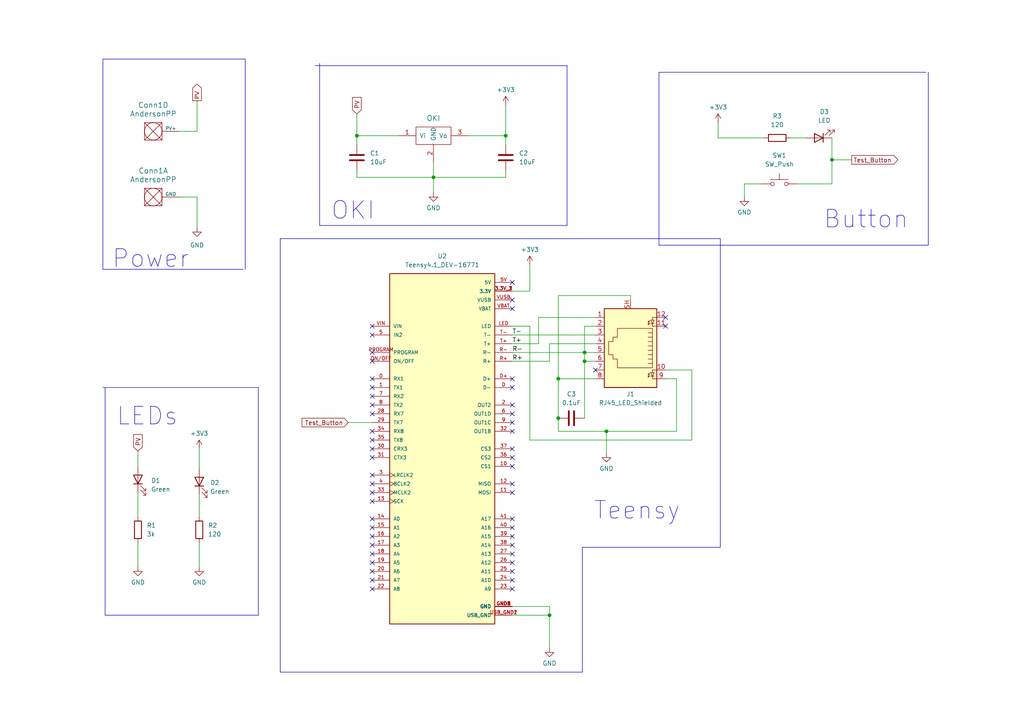
<source format=kicad_sch>
(kicad_sch (version 20230121) (generator eeschema)
  (paper "A4")
  (lib_symbols
    (symbol "Connector:RJ45_LED_Shielded" (pin_names (offset 1.016))
      (property "Reference" "J" (at -5.08 13.97 0))
      (property "Value" "RJ45_LED_Shielded" (at 1.27 13.97 0))
      (symbol "RJ45_LED_Shielded_0_1"
        (polyline (pts (xy -7.62 -7.62) (xy -6.35 -7.62)))
        (polyline (pts (xy -7.62 -5.08) (xy -6.35 -5.08)))
        (polyline (pts (xy -7.62 7.62) (xy -6.35 7.62)))
        (polyline (pts (xy -7.62 10.16) (xy -6.35 10.16)))
        (polyline (pts (xy -6.858 -5.842) (xy -5.842 -5.842)))
        (polyline (pts (xy -6.858 9.398) (xy -5.842 9.398)))
        (polyline (pts (xy -6.35 -7.62) (xy -6.35 -6.858)))
        (polyline (pts (xy -6.35 -5.08) (xy -6.35 -5.842)))
        (polyline (pts (xy -6.35 7.62) (xy -6.35 8.382)))
        (polyline (pts (xy -6.35 10.16) (xy -6.35 9.398)))
        (polyline (pts (xy -5.08 -6.223) (xy -5.207 -6.604)))
        (polyline (pts (xy -5.08 -5.588) (xy -5.207 -5.969)))
        (polyline (pts (xy -5.08 4.445) (xy -6.35 4.445)))
        (polyline (pts (xy -5.08 5.715) (xy -6.35 5.715)))
        (polyline (pts (xy -5.08 9.017) (xy -5.207 8.636)))
        (polyline (pts (xy -5.08 9.652) (xy -5.207 9.271)))
        (polyline (pts (xy -6.35 -3.175) (xy -5.08 -3.175) (xy -5.08 -3.175)))
        (polyline (pts (xy -6.35 -1.905) (xy -5.08 -1.905) (xy -5.08 -1.905)))
        (polyline (pts (xy -6.35 -0.635) (xy -5.08 -0.635) (xy -5.08 -0.635)))
        (polyline (pts (xy -6.35 0.635) (xy -5.08 0.635) (xy -5.08 0.635)))
        (polyline (pts (xy -6.35 1.905) (xy -5.08 1.905) (xy -5.08 1.905)))
        (polyline (pts (xy -5.588 -6.731) (xy -5.08 -6.223) (xy -5.461 -6.35)))
        (polyline (pts (xy -5.588 -6.096) (xy -5.08 -5.588) (xy -5.461 -5.715)))
        (polyline (pts (xy -5.588 8.509) (xy -5.08 9.017) (xy -5.461 8.89)))
        (polyline (pts (xy -5.588 9.144) (xy -5.08 9.652) (xy -5.461 9.525)))
        (polyline (pts (xy -5.08 3.175) (xy -6.35 3.175) (xy -6.35 3.175)))
        (polyline (pts (xy -6.35 -5.842) (xy -6.858 -6.858) (xy -5.842 -6.858) (xy -6.35 -5.842)))
        (polyline (pts (xy -6.35 9.398) (xy -6.858 8.382) (xy -5.842 8.382) (xy -6.35 9.398)))
        (polyline (pts (xy -6.35 -4.445) (xy -6.35 6.985) (xy 3.81 6.985) (xy 3.81 4.445) (xy 5.08 4.445) (xy 5.08 3.175) (xy 6.35 3.175) (xy 6.35 -0.635) (xy 5.08 -0.635) (xy 5.08 -1.905) (xy 3.81 -1.905) (xy 3.81 -4.445) (xy -6.35 -4.445) (xy -6.35 -4.445)))
        (rectangle (start 7.62 12.7) (end -7.62 -10.16) (stroke (width 0.254)) (fill (type background)))
      )
      (symbol "RJ45_LED_Shielded_1_1"
        (pin passive line (at 10.16 -7.62 180) (length 2.54) (name "~") (number "1"))
        (pin passive line (at -10.16 7.62 0) (length 2.54) (name "~") (number "10"))
        (pin passive line (at -10.16 -5.08 0) (length 2.54) (name "~") (number "11"))
        (pin passive line (at -10.16 -7.62 0) (length 2.54) (name "~") (number "12"))
        (pin passive line (at 10.16 -5.08 180) (length 2.54) (name "~") (number "2"))
        (pin passive line (at 10.16 -2.54 180) (length 2.54) (name "~") (number "3"))
        (pin passive line (at 10.16 0 180) (length 2.54) (name "~") (number "4"))
        (pin passive line (at 10.16 2.54 180) (length 2.54) (name "~") (number "5"))
        (pin passive line (at 10.16 5.08 180) (length 2.54) (name "~") (number "6"))
        (pin passive line (at 10.16 7.62 180) (length 2.54) (name "~") (number "7"))
        (pin passive line (at 10.16 10.16 180) (length 2.54) (name "~") (number "8"))
        (pin passive line (at -10.16 10.16 0) (length 2.54) (name "~") (number "9"))
        (pin passive line (at 0 -12.7 90) (length 2.54) (name "~") (number "SH"))
      )
    )
    (symbol "Device:C" (pin_numbers hide) (pin_names (offset 0.254))
      (property "Reference" "C" (at 0.635 2.54 0))
      (property "Value" "C" (at 0.635 -2.54 0))
      (symbol "C_0_1"
        (polyline (pts (xy -2.032 -0.762) (xy 2.032 -0.762)) (stroke (width 0.508)))
        (polyline (pts (xy -2.032 0.762) (xy 2.032 0.762)) (stroke (width 0.508)))
      )
      (symbol "C_1_1"
        (pin passive line (at 0 3.81 270) (length 2.794) (name "~") (number "1"))
        (pin passive line (at 0 -3.81 90) (length 2.794) (name "~") (number "2"))
      )
    )
    (symbol "Device:LED" (pin_numbers hide) (pin_names (offset 1.016) hide)
      (property "Reference" "D" (at 0 2.54 0))
      (property "Value" "LED" (at 0 -2.54 0))
      (symbol "LED_0_1"
        (polyline (pts (xy -1.27 -1.27) (xy -1.27 1.27)) (stroke (width 0.254)))
        (polyline (pts (xy -1.27 0) (xy 1.27 0)))
        (polyline (pts (xy 1.27 -1.27) (xy 1.27 1.27) (xy -1.27 0) (xy 1.27 -1.27)) (stroke (width 0.254)))
        (polyline (pts (xy -3.048 -0.762) (xy -4.572 -2.286) (xy -3.81 -2.286) (xy -4.572 -2.286) (xy -4.572 -1.524)))
        (polyline (pts (xy -1.778 -0.762) (xy -3.302 -2.286) (xy -2.54 -2.286) (xy -3.302 -2.286) (xy -3.302 -1.524)))
      )
      (symbol "LED_1_1"
        (pin passive line (at -3.81 0 0) (length 2.54) (name "K") (number "1"))
        (pin passive line (at 3.81 0 180) (length 2.54) (name "A") (number "2"))
      )
    )
    (symbol "Device:R" (pin_numbers hide) (pin_names (offset 0))
      (property "Reference" "R" (at 2.032 0 90))
      (property "Value" "R" (at 0 0 90))
      (symbol "R_0_1"
        (rectangle (start -1.016 -2.54) (end 1.016 2.54) (stroke (width 0.254)))
      )
      (symbol "R_1_1"
        (pin passive line (at 0 3.81 270) (length 1.27) (name "~") (number "1"))
        (pin passive line (at 0 -3.81 90) (length 1.27) (name "~") (number "2"))
      )
    )
    (symbol "MRDT_Connectors:AndersonPP" (pin_numbers hide) (pin_names (offset 0))
      (property "Reference" "Conn" (at 3.81 -1.27 0))
      (property "Value" "AndersonPP" (at 2.54 6.35 0))
      (symbol "AndersonPP_0_1"
        (polyline (pts (xy 0 5.08) (xy 5.08 0)))
        (polyline (pts (xy 5.08 5.08) (xy 0 0)))
        (rectangle (start 0 0) (end 5.08 5.08))
        (circle (center 2.54 2.54) (radius 2.54))
      )
      (symbol "AndersonPP_1_1"
        (pin input line (at 10.16 2.54 180) (length 5.08) (name "GND") (number "1"))
      )
      (symbol "AndersonPP_2_1"
        (pin input line (at 10.16 2.54 180) (length 5.08) (name "V+Log") (number "2"))
      )
      (symbol "AndersonPP_3_1"
        (pin input line (at 10.16 2.54 180) (length 5.08) (name "V+Act") (number "3"))
      )
      (symbol "AndersonPP_4_1"
        (pin input line (at 10.16 2.54 180) (length 5.08) (name "PV+") (number "4"))
      )
      (symbol "AndersonPP_5_1"
        (pin input line (at 10.16 2.54 180) (length 5.08) (name "~") (number "1"))
      )
    )
    (symbol "MRDT_Devices:OKI" (pin_names (offset 1.016))
      (property "Value" "OKI" (at 5.08 6.35 0))
      (symbol "OKI_0_1"
        (rectangle (start 0 0) (end 10.16 5.08))
      )
      (symbol "OKI_1_1"
        (pin input line (at -5.08 2.54 0) (length 5.08) (name "Vi") (number "1"))
        (pin output line (at 5.08 -5.08 90) (length 5.08) (name "GND") (number "2"))
        (pin output line (at 15.24 2.54 180) (length 5.08) (name "Vo") (number "3"))
      )
    )
    (symbol "MRDT_Shields:Teensy4.1_DEV-16771" (pin_names (offset 1.016))
      (property "Reference" "U" (at -15.24 52.07 0))
      (property "Value" "Teensy4.1_DEV-16771" (at -15.24 -53.34 0))
      (symbol "Teensy4.1_DEV-16771_0_0"
        (rectangle (start -15.24 -50.8) (end 15.24 50.8) (stroke (width 0.254)) (fill (type background)))
        (pin bidirectional line (at -20.32 20.32 0) (length 5.08) (name "RX1") (number "0"))
        (pin bidirectional line (at -20.32 17.78 0) (length 5.08) (name "TX1") (number "1"))
        (pin bidirectional line (at 20.32 -5.08 180) (length 5.08) (name "CS1") (number "10"))
        (pin bidirectional line (at 20.32 -12.7 180) (length 5.08) (name "MOSI") (number "11"))
        (pin bidirectional line (at 20.32 -10.16 180) (length 5.08) (name "MISO") (number "12"))
        (pin bidirectional clock (at -20.32 -15.24 0) (length 5.08) (name "SCK") (number "13"))
        (pin bidirectional line (at -20.32 -20.32 0) (length 5.08) (name "A0") (number "14"))
        (pin bidirectional line (at -20.32 -22.86 0) (length 5.08) (name "A1") (number "15"))
        (pin bidirectional line (at -20.32 -25.4 0) (length 5.08) (name "A2") (number "16"))
        (pin bidirectional line (at -20.32 -27.94 0) (length 5.08) (name "A3") (number "17"))
        (pin bidirectional line (at -20.32 -30.48 0) (length 5.08) (name "A4") (number "18"))
        (pin bidirectional line (at -20.32 -33.02 0) (length 5.08) (name "A5") (number "19"))
        (pin output line (at 20.32 12.7 180) (length 5.08) (name "OUT2") (number "2"))
        (pin bidirectional line (at -20.32 -35.56 0) (length 5.08) (name "A6") (number "20"))
        (pin bidirectional line (at -20.32 -38.1 0) (length 5.08) (name "A7") (number "21"))
        (pin bidirectional line (at -20.32 -40.64 0) (length 5.08) (name "A8") (number "22"))
        (pin bidirectional line (at 20.32 -40.64 180) (length 5.08) (name "A9") (number "23"))
        (pin bidirectional line (at 20.32 -38.1 180) (length 5.08) (name "A10") (number "24"))
        (pin bidirectional line (at 20.32 -35.56 180) (length 5.08) (name "A11") (number "25"))
        (pin bidirectional line (at 20.32 -33.02 180) (length 5.08) (name "A12") (number "26"))
        (pin bidirectional line (at 20.32 -30.48 180) (length 5.08) (name "A13") (number "27"))
        (pin bidirectional line (at -20.32 10.16 0) (length 5.08) (name "RX7") (number "28"))
        (pin bidirectional line (at -20.32 7.62 0) (length 5.08) (name "TX7") (number "29"))
        (pin bidirectional clock (at -20.32 -7.62 0) (length 5.08) (name "LRCLK2") (number "3"))
        (pin power_in line (at 20.32 45.72 180) (length 5.08) (name "3.3V") (number "3.3V_1"))
        (pin power_in line (at 20.32 45.72 180) (length 5.08) (name "3.3V") (number "3.3V_2"))
        (pin power_in line (at 20.32 45.72 180) (length 5.08) (name "3.3V") (number "3.3V_3"))
        (pin bidirectional line (at -20.32 0 0) (length 5.08) (name "CRX3") (number "30"))
        (pin bidirectional line (at -20.32 -2.54 0) (length 5.08) (name "CTX3") (number "31"))
        (pin output line (at 20.32 5.08 180) (length 5.08) (name "OUT1B") (number "32"))
        (pin bidirectional clock (at -20.32 -12.7 0) (length 5.08) (name "MCLK2") (number "33"))
        (pin bidirectional line (at -20.32 5.08 0) (length 5.08) (name "RX8") (number "34"))
        (pin bidirectional line (at -20.32 2.54 0) (length 5.08) (name "TX8") (number "35"))
        (pin bidirectional line (at 20.32 -2.54 180) (length 5.08) (name "CS2") (number "36"))
        (pin bidirectional line (at 20.32 0 180) (length 5.08) (name "CS3") (number "37"))
        (pin bidirectional line (at 20.32 -27.94 180) (length 5.08) (name "A14") (number "38"))
        (pin bidirectional line (at 20.32 -25.4 180) (length 5.08) (name "A15") (number "39"))
        (pin bidirectional clock (at -20.32 -10.16 0) (length 5.08) (name "BCLK2") (number "4"))
        (pin bidirectional line (at 20.32 -22.86 180) (length 5.08) (name "A16") (number "40"))
        (pin bidirectional line (at 20.32 -20.32 180) (length 5.08) (name "A17") (number "41"))
        (pin bidirectional line (at -20.32 33.02 0) (length 5.08) (name "IN2") (number "5"))
        (pin power_in line (at 20.32 48.26 180) (length 5.08) (name "5V") (number "5V"))
        (pin output line (at 20.32 10.16 180) (length 5.08) (name "OUT1D") (number "6"))
        (pin bidirectional line (at -20.32 15.24 0) (length 5.08) (name "RX2") (number "7"))
        (pin bidirectional line (at -20.32 12.7 0) (length 5.08) (name "TX2") (number "8"))
        (pin output line (at 20.32 7.62 180) (length 5.08) (name "OUT1C") (number "9"))
        (pin bidirectional line (at 20.32 17.78 180) (length 5.08) (name "D-") (number "D"))
        (pin bidirectional line (at 20.32 20.32 180) (length 5.08) (name "D+") (number "D+"))
        (pin power_in line (at 20.32 -45.72 180) (length 5.08) (name "GND") (number "GND1"))
        (pin power_in line (at 20.32 -45.72 180) (length 5.08) (name "GND") (number "GND2"))
        (pin power_in line (at 20.32 -45.72 180) (length 5.08) (name "GND") (number "GND3"))
        (pin power_in line (at 20.32 -45.72 180) (length 5.08) (name "GND") (number "GND4"))
        (pin power_in line (at 20.32 -45.72 180) (length 5.08) (name "GND") (number "GND5"))
        (pin bidirectional line (at 20.32 35.56 180) (length 5.08) (name "LED") (number "LED"))
        (pin bidirectional line (at -20.32 25.4 0) (length 5.08) (name "ON/OFF") (number "ON/OFF"))
        (pin bidirectional line (at -20.32 27.94 0) (length 5.08) (name "PROGRAM") (number "PROGRAM"))
        (pin bidirectional line (at 20.32 25.4 180) (length 5.08) (name "R+") (number "R+"))
        (pin bidirectional line (at 20.32 27.94 180) (length 5.08) (name "R-") (number "R-"))
        (pin bidirectional line (at 20.32 30.48 180) (length 5.08) (name "T+") (number "T+"))
        (pin bidirectional line (at 20.32 33.02 180) (length 5.08) (name "T-") (number "T-"))
        (pin power_in line (at 20.32 -48.26 180) (length 5.08) (name "USB_GND") (number "USB_GND1"))
        (pin power_in line (at 20.32 -48.26 180) (length 5.08) (name "USB_GND") (number "USB_GND2"))
        (pin passive line (at 20.32 40.64 180) (length 5.08) (name "VBAT") (number "VBAT"))
        (pin input line (at -20.32 35.56 0) (length 5.08) (name "VIN") (number "VIN"))
        (pin passive line (at 20.32 43.18 180) (length 5.08) (name "VUSB") (number "VUSB"))
      )
    )
    (symbol "Switch:SW_Push" (pin_numbers hide) (pin_names (offset 1.016) hide)
      (property "Reference" "SW" (at 1.27 2.54 0))
      (property "Value" "SW_Push" (at 0 -1.524 0))
      (symbol "SW_Push_0_1"
        (circle (center -2.032 0) (radius 0.508))
        (polyline (pts (xy 0 1.27) (xy 0 3.048)))
        (polyline (pts (xy 2.54 1.27) (xy -2.54 1.27)))
        (circle (center 2.032 0) (radius 0.508))
        (pin passive line (at -5.08 0 0) (length 2.54) (name "1") (number "1"))
        (pin passive line (at 5.08 0 180) (length 2.54) (name "2") (number "2"))
      )
    )
    (symbol "power:+3V3" (power) (pin_names (offset 0))
      (property "Value" "+3V3" (at 0 3.556 0))
      (symbol "+3V3_0_1"
        (polyline (pts (xy -0.762 1.27) (xy 0 2.54)))
        (polyline (pts (xy 0 0) (xy 0 2.54)))
        (polyline (pts (xy 0 2.54) (xy 0.762 1.27)))
      )
      (symbol "+3V3_1_1"
        (pin power_in line (at 0 0 90) (length 0) hide (name "+3V3") (number "1"))
      )
    )
    (symbol "power:GND" (power) (pin_names (offset 0))
      (property "Value" "GND" (at 0 -3.81 0))
      (symbol "GND_0_1"
        (polyline (pts (xy 0 0) (xy 0 -1.27) (xy 1.27 -1.27) (xy 0 -2.54) (xy -1.27 -1.27) (xy 0 -1.27)))
      )
      (symbol "GND_1_1"
        (pin power_in line (at 0 0 270) (length 0) hide (name "GND") (number "1"))
      )
    )
  )
  (junction (at 146.685 39.37))
  (junction (at 241.3 46.355))
  (junction (at 103.505 39.37))
  (junction (at 159.385 178.435))
  (junction (at 161.925 121.285))
  (junction (at 161.925 109.855))
  (junction (at 125.73 51.435))
  (junction (at 169.545 104.775))
  (junction (at 169.545 102.235))
  (junction (at 175.895 125.095))
  (no_connect (at 148.59 158.115))
  (no_connect (at 148.59 109.855))
  (no_connect (at 148.59 142.875))
  (no_connect (at 107.95 165.735))
  (no_connect (at 148.59 153.035))
  (no_connect (at 193.04 94.615))
  (no_connect (at 148.59 135.255))
  (no_connect (at 148.59 140.335))
  (no_connect (at 107.95 130.175))
  (no_connect (at 107.95 114.935))
  (no_connect (at 148.59 112.395))
  (no_connect (at 107.95 109.855))
  (no_connect (at 148.59 132.715))
  (no_connect (at 107.95 142.875))
  (no_connect (at 107.95 125.095))
  (no_connect (at 107.95 127.635))
  (no_connect (at 148.59 165.735))
  (no_connect (at 193.04 92.075))
  (no_connect (at 107.95 120.015))
  (no_connect (at 107.95 163.195))
  (no_connect (at 148.59 155.575))
  (no_connect (at 107.95 137.795))
  (no_connect (at 107.95 160.655))
  (no_connect (at 172.72 107.315))
  (no_connect (at 107.95 117.475))
  (no_connect (at 148.59 117.475))
  (no_connect (at 148.59 170.815))
  (no_connect (at 107.95 132.715))
  (no_connect (at 148.59 168.275))
  (no_connect (at 148.59 130.175))
  (no_connect (at 107.95 158.115))
  (no_connect (at 148.59 150.495))
  (no_connect (at 107.95 97.155))
  (no_connect (at 107.95 168.275))
  (no_connect (at 148.59 81.915))
  (no_connect (at 107.95 140.335))
  (no_connect (at 107.95 112.395))
  (no_connect (at 107.95 104.775))
  (no_connect (at 107.95 94.615))
  (no_connect (at 148.59 120.015))
  (no_connect (at 148.59 125.095))
  (no_connect (at 148.59 160.655))
  (no_connect (at 107.95 155.575))
  (no_connect (at 107.95 170.815))
  (no_connect (at 107.95 145.415))
  (no_connect (at 148.59 86.995))
  (no_connect (at 148.59 163.195))
  (no_connect (at 107.95 153.035))
  (no_connect (at 148.59 89.535))
  (no_connect (at 148.59 122.555))
  (no_connect (at 107.95 102.235))
  (no_connect (at 107.95 150.495))
  (wire (pts (xy 169.545 94.615) (xy 169.545 102.235)))
  (polyline (pts (xy 74.93 112.395) (xy 74.93 178.435)))
  (polyline (pts (xy 71.12 17.145) (xy 29.845 17.145)))
  (wire (pts (xy 146.685 30.48) (xy 146.685 39.37)))
  (wire (pts (xy 169.545 102.235) (xy 169.545 104.775)))
  (polyline (pts (xy 208.915 69.215) (xy 208.915 158.75)))
  (polyline (pts (xy 29.845 17.145) (xy 29.845 78.105)))
  (wire (pts (xy 125.73 51.435) (xy 125.73 55.88)))
  (polyline (pts (xy 92.71 18.415) (xy 92.71 65.405)))
  (wire (pts (xy 103.505 41.91) (xy 103.505 39.37)))
  (wire (pts (xy 148.59 97.155) (xy 172.72 97.155)))
  (wire (pts (xy 159.385 178.435) (xy 159.385 187.96)))
  (wire (pts (xy 161.925 109.855) (xy 161.925 121.285)))
  (wire (pts (xy 40.005 142.875) (xy 40.005 149.86)))
  (polyline (pts (xy 81.28 69.215) (xy 208.915 69.215)))
  (wire (pts (xy 57.785 157.48) (xy 57.785 164.465)))
  (wire (pts (xy 103.505 49.53) (xy 103.505 51.435)))
  (wire (pts (xy 182.88 85.725) (xy 161.925 85.725)))
  (polyline (pts (xy 91.44 19.05) (xy 164.465 19.05)))
  (polyline (pts (xy 29.845 78.105) (xy 70.485 78.105)))
  (polyline (pts (xy 268.605 20.955) (xy 191.135 20.955)))
  (wire (pts (xy 175.895 125.095) (xy 161.925 125.095)))
  (wire (pts (xy 208.28 40.005) (xy 221.615 40.005)))
  (wire (pts (xy 57.785 130.175) (xy 57.785 135.89)))
  (wire (pts (xy 169.545 104.775) (xy 169.545 121.285)))
  (wire (pts (xy 200.66 127.635) (xy 200.66 107.315)))
  (wire (pts (xy 159.385 175.895) (xy 159.385 178.435)))
  (wire (pts (xy 153.67 76.835) (xy 153.67 84.455)))
  (polyline (pts (xy 30.48 112.395) (xy 30.48 178.435)))
  (polyline (pts (xy 81.28 69.215) (xy 81.28 194.945)))
  (polyline (pts (xy 164.465 19.05) (xy 164.465 65.405)))
  (wire (pts (xy 146.685 51.435) (xy 125.73 51.435)))
  (wire (pts (xy 208.28 35.56) (xy 208.28 40.005)))
  (polyline (pts (xy 191.135 71.12) (xy 269.24 71.12)))
  (wire (pts (xy 220.98 53.34) (xy 215.9 53.34)))
  (polyline (pts (xy 168.91 194.945) (xy 81.28 194.945)))
  (polyline (pts (xy 29.845 112.395) (xy 74.93 112.395)))
  (wire (pts (xy 148.59 99.695) (xy 156.21 99.695)))
  (wire (pts (xy 156.21 92.075) (xy 172.72 92.075)))
  (wire (pts (xy 148.59 175.895) (xy 159.385 175.895)))
  (wire (pts (xy 193.04 109.855) (xy 196.215 109.855)))
  (wire (pts (xy 215.9 53.34) (xy 215.9 57.15)))
  (wire (pts (xy 103.505 33.02) (xy 103.505 39.37)))
  (wire (pts (xy 57.785 143.51) (xy 57.785 149.86)))
  (wire (pts (xy 182.88 86.995) (xy 182.88 85.725)))
  (polyline (pts (xy 208.915 158.75) (xy 168.91 158.75)))
  (wire (pts (xy 175.895 125.095) (xy 175.895 131.445)))
  (wire (pts (xy 241.3 46.355) (xy 241.3 53.34)))
  (wire (pts (xy 52.07 57.15) (xy 57.15 57.15)))
  (polyline (pts (xy 269.24 20.955) (xy 269.24 71.12)))
  (wire (pts (xy 153.67 127.635) (xy 200.66 127.635)))
  (wire (pts (xy 103.505 51.435) (xy 125.73 51.435)))
  (wire (pts (xy 241.3 40.005) (xy 241.3 46.355)))
  (wire (pts (xy 159.385 99.695) (xy 172.72 99.695)))
  (wire (pts (xy 241.3 46.355) (xy 247.015 46.355)))
  (wire (pts (xy 196.215 125.095) (xy 175.895 125.095)))
  (wire (pts (xy 125.73 46.99) (xy 125.73 51.435)))
  (wire (pts (xy 161.925 85.725) (xy 161.925 109.855)))
  (wire (pts (xy 135.89 39.37) (xy 146.685 39.37)))
  (wire (pts (xy 100.965 122.555) (xy 107.95 122.555)))
  (wire (pts (xy 146.685 49.53) (xy 146.685 51.435)))
  (wire (pts (xy 153.67 84.455) (xy 148.59 84.455)))
  (wire (pts (xy 169.545 104.775) (xy 172.72 104.775)))
  (wire (pts (xy 153.67 94.615) (xy 153.67 127.635)))
  (wire (pts (xy 161.925 109.855) (xy 172.72 109.855)))
  (wire (pts (xy 161.925 125.095) (xy 161.925 121.285)))
  (wire (pts (xy 148.59 104.775) (xy 159.385 104.775)))
  (wire (pts (xy 148.59 178.435) (xy 159.385 178.435)))
  (wire (pts (xy 115.57 39.37) (xy 103.505 39.37)))
  (wire (pts (xy 146.685 41.91) (xy 146.685 39.37)))
  (wire (pts (xy 40.005 130.81) (xy 40.005 135.255)))
  (polyline (pts (xy 168.91 158.75) (xy 168.91 194.945)))
  (wire (pts (xy 57.15 38.1) (xy 52.07 38.1)))
  (polyline (pts (xy 74.93 178.435) (xy 30.48 178.435)))
  (wire (pts (xy 169.545 94.615) (xy 172.72 94.615)))
  (polyline (pts (xy 164.465 65.405) (xy 92.71 65.405)))
  (wire (pts (xy 172.72 102.235) (xy 169.545 102.235)))
  (wire (pts (xy 148.59 94.615) (xy 153.67 94.615)))
  (polyline (pts (xy 191.135 20.955) (xy 191.135 71.12)))
  (wire (pts (xy 200.66 107.315) (xy 193.04 107.315)))
  (wire (pts (xy 229.235 40.005) (xy 233.68 40.005)))
  (wire (pts (xy 156.21 99.695) (xy 156.21 92.075)))
  (wire (pts (xy 57.15 29.21) (xy 57.15 38.1)))
  (wire (pts (xy 40.005 157.48) (xy 40.005 164.465)))
  (wire (pts (xy 241.3 53.34) (xy 231.14 53.34)))
  (polyline (pts (xy 71.12 78.105) (xy 71.12 17.145)))
  (wire (pts (xy 148.59 102.235) (xy 169.545 102.235)))
  (wire (pts (xy 57.15 57.15) (xy 57.15 66.04)))
  (wire (pts (xy 159.385 104.775) (xy 159.385 99.695)))
  (wire (pts (xy 196.215 109.855) (xy 196.215 125.095)))
  (text "LEDs" (at 33.655 123.825 0) (effects (font (size 5.08 5.08)) (justify left bottom)))
  (text "Power\n" (at 32.385 78.105 0) (effects (font (size 5.08 5.08)) (justify left bottom)))
  (text "Button\n" (at 238.76 66.675 0) (effects (font (size 5.08 5.08)) (justify left bottom)))
  (text "OKI" (at 95.885 64.135 0) (effects (font (size 5.08 5.08)) (justify left bottom)))
  (text "Teensy" (at 172.085 151.13 0) (effects (font (size 5.08 5.08)) (justify left bottom)))
  (label "T+" (at 148.59 99.695 0))
  (label "R+" (at 148.59 104.775 0))
  (label "T-" (at 148.59 97.155 0))
  (label "R-" (at 148.59 102.235 0))
  (global_label "PV" (shape input) (at 103.505 33.02 90) (property "Intersheetrefs" "${INTERSHEET_REFS}" (effects hide)))
  (global_label "Test_Button" (shape output) (at 247.015 46.355 0) (property "Intersheetrefs" "${INTERSHEET_REFS}" (effects hide)))
  (global_label "Test_Button" (shape input) (at 100.965 122.555 180) (property "Intersheetrefs" "${INTERSHEET_REFS}" (effects hide)))
  (global_label "PV" (shape output) (at 57.15 29.21 90) (property "Intersheetrefs" "${INTERSHEET_REFS}" (effects hide)))
  (global_label "PV" (shape input) (at 40.005 130.81 90) (property "Intersheetrefs" "${INTERSHEET_REFS}" (effects hide)))
  (symbol (lib_id "power:+3V3") (at 146.685 30.48 0) (unit 1)
    (property "Reference" "#PWR03" (effects hide))
    (property "Value" "+3V3" (at 146.685 26.035 0))
  )
  (symbol (lib_id "Device:LED") (at 237.49 40.005 180) (unit 1)
    (property "Reference" "D3" (at 239.0775 32.385 0))
    (property "Value" "LED" (at 239.0775 34.925 0))
    (property "Footprint" "LED_SMD:LED_0603_1608Metric_Pad1.05x0.95mm_HandSolder" (effects hide))
  )
  (symbol (lib_id "Device:R") (at 57.785 153.67 0) (unit 1)
    (property "Reference" "R2" (at 60.325 152.4 0) (effects (justify left)))
    (property "Value" "120" (at 60.325 154.94 0) (effects (justify left)))
    (property "Footprint" "Resistor_SMD:R_0603_1608Metric_Pad0.98x0.95mm_HandSolder" (effects hide))
  )
  (symbol (lib_id "power:+3V3") (at 57.785 130.175 0) (unit 1)
    (property "Reference" "#PWR06" (effects hide))
    (property "Value" "+3V3" (at 57.785 125.73 0))
  )
  (symbol (lib_id "power:GND") (at 57.15 66.04 0) (unit 1)
    (property "Reference" "#PWR01" (effects hide))
    (property "Value" "GND" (at 57.15 71.12 0))
  )
  (symbol (lib_id "Device:LED") (at 40.005 139.065 90) (unit 1)
    (property "Reference" "D1" (at 43.815 139.3825 90) (effects (justify right)))
    (property "Value" "Green" (at 43.815 141.9225 90) (effects (justify right)))
    (property "Footprint" "LED_SMD:LED_0603_1608Metric_Pad1.05x0.95mm_HandSolder" (effects hide))
  )
  (symbol (lib_id "Device:C") (at 103.505 45.72 0) (unit 1)
    (property "Reference" "C1" (at 107.315 44.45 0) (effects (justify left)))
    (property "Value" "10uF" (at 107.315 46.99 0) (effects (justify left)))
    (property "Footprint" "Capacitor_SMD:C_0603_1608Metric_Pad1.08x0.95mm_HandSolder" (effects hide))
  )
  (symbol (lib_id "MRDT_Shields:Teensy4.1_DEV-16771") (at 128.27 130.175 0) (unit 1)
    (property "Reference" "U2" (at 128.27 74.295 0))
    (property "Value" "Teensy4.1_DEV-16771" (at 128.27 76.835 0))
    (property "Footprint" "MRDT_Shields:Teensy_4_1_Ethernet" (effects hide))
    (property "STANDARD" "Manufacturer recommendations" (effects hide))
    (property "MAXIMUM_PACKAGE_HEIGHT" "4.07mm" (effects hide))
    (property "MANUFACTURER" "SparkFun Electronics" (effects hide))
    (property "PARTREV" "4.1" (effects hide))
  )
  (symbol (lib_id "power:GND") (at 159.385 187.96 0) (unit 1)
    (property "Reference" "#PWR07" (effects hide))
    (property "Value" "GND" (at 159.385 192.405 0))
  )
  (symbol (lib_id "Device:R") (at 225.425 40.005 90) (unit 1)
    (property "Reference" "R3" (at 225.425 33.655 90))
    (property "Value" "120" (at 225.425 36.195 90))
    (property "Footprint" "Resistor_SMD:R_0603_1608Metric_Pad0.98x0.95mm_HandSolder" (effects hide))
  )
  (symbol (lib_id "power:GND") (at 215.9 57.15 0) (unit 1)
    (property "Reference" "#PWR011" (effects hide))
    (property "Value" "GND" (at 215.9 61.595 0))
  )
  (symbol (lib_id "Device:LED") (at 57.785 139.7 90) (unit 1)
    (property "Reference" "D2" (at 60.96 140.0175 90) (effects (justify right)))
    (property "Value" "Green" (at 60.96 142.5575 90) (effects (justify right)))
    (property "Footprint" "LED_SMD:LED_0603_1608Metric_Pad1.05x0.95mm_HandSolder" (effects hide))
  )
  (symbol (lib_id "power:+3V3") (at 208.28 35.56 0) (unit 1)
    (property "Reference" "#PWR010" (effects hide))
    (property "Value" "+3V3" (at 208.28 31.115 0))
  )
  (symbol (lib_id "Device:C") (at 165.735 121.285 90) (unit 1)
    (property "Reference" "C3" (at 165.735 114.3 90))
    (property "Value" "0.1uF" (at 165.735 116.84 90))
    (property "Footprint" "Capacitor_SMD:C_0603_1608Metric_Pad1.08x0.95mm_HandSolder" (effects hide))
  )
  (symbol (lib_id "Device:R") (at 40.005 153.67 0) (unit 1)
    (property "Reference" "R1" (at 42.545 152.4 0) (effects (justify left)))
    (property "Value" "3k" (at 42.545 154.94 0) (effects (justify left)))
    (property "Footprint" "Resistor_SMD:R_0603_1608Metric_Pad0.98x0.95mm_HandSolder" (effects hide))
  )
  (symbol (lib_id "MRDT_Connectors:AndersonPP") (at 41.91 40.64 0) (unit 4)
    (property "Reference" "Conn1" (at 44.45 30.48 0) (effects (font (size 1.524 1.524))))
    (property "Value" "AndersonPP" (at 44.45 33.02 0) (effects (font (size 1.524 1.524))))
    (property "Footprint" "MRDT_Connectors:Square_Anderson_2_H_Side_By_Side_PV" (effects hide))
  )
  (symbol (lib_id "MRDT_Devices:OKI") (at 120.65 41.91 0) (unit 1)
    (property "Reference" "U1" (effects hide))
    (property "Value" "OKI" (at 125.73 34.29 0) (effects (font (size 1.524 1.524))))
    (property "Footprint" "MRDT_Devices:OKI_Horizontal" (effects hide))
  )
  (symbol (lib_id "MRDT_Connectors:AndersonPP") (at 41.91 59.69 0) (unit 1)
    (property "Reference" "Conn1" (at 44.45 49.53 0) (effects (font (size 1.524 1.524))))
    (property "Value" "AndersonPP" (at 44.45 52.07 0) (effects (font (size 1.524 1.524))))
    (property "Footprint" "MRDT_Connectors:Square_Anderson_2_H_Side_By_Side_PV" (effects hide))
  )
  (symbol (lib_id "power:GND") (at 40.005 164.465 0) (unit 1)
    (property "Reference" "#PWR04" (effects hide))
    (property "Value" "GND" (at 40.005 168.91 0))
  )
  (symbol (lib_id "power:GND") (at 57.785 164.465 0) (unit 1)
    (property "Reference" "#PWR05" (effects hide))
    (property "Value" "GND" (at 57.785 168.91 0))
  )
  (symbol (lib_id "Connector:RJ45_LED_Shielded") (at 182.88 99.695 180) (unit 1)
    (property "Reference" "J1" (at 182.88 114.3 0))
    (property "Value" "RJ45_LED_Shielded" (at 182.88 116.84 0))
    (property "Footprint" "MRDT_Connectors:RJ45_Teensy" (effects hide))
  )
  (symbol (lib_id "power:GND") (at 125.73 55.88 0) (unit 1)
    (property "Reference" "#PWR02" (effects hide))
    (property "Value" "GND" (at 125.73 60.325 0))
  )
  (symbol (lib_id "Device:C") (at 146.685 45.72 0) (unit 1)
    (property "Reference" "C2" (at 150.495 44.45 0) (effects (justify left)))
    (property "Value" "10uF" (at 150.495 46.99 0) (effects (justify left)))
    (property "Footprint" "Capacitor_SMD:C_0603_1608Metric_Pad1.08x0.95mm_HandSolder" (effects hide))
  )
  (symbol (lib_id "power:GND") (at 175.895 131.445 0) (unit 1)
    (property "Reference" "#PWR09" (effects hide))
    (property "Value" "GND" (at 175.895 135.89 0))
  )
  (symbol (lib_id "power:+3V3") (at 153.67 76.835 0) (unit 1)
    (property "Reference" "#PWR08" (effects hide))
    (property "Value" "+3V3" (at 153.67 72.39 0))
  )
  (symbol (lib_id "Switch:SW_Push") (at 226.06 53.34 0) (unit 1)
    (property "Reference" "SW1" (at 226.06 45.085 0))
    (property "Value" "SW_Push" (at 226.06 47.625 0))
    (property "Footprint" "Button_Switch_SMD:SW_SPST_TL3305A" (effects hide))
  )
)
</source>
